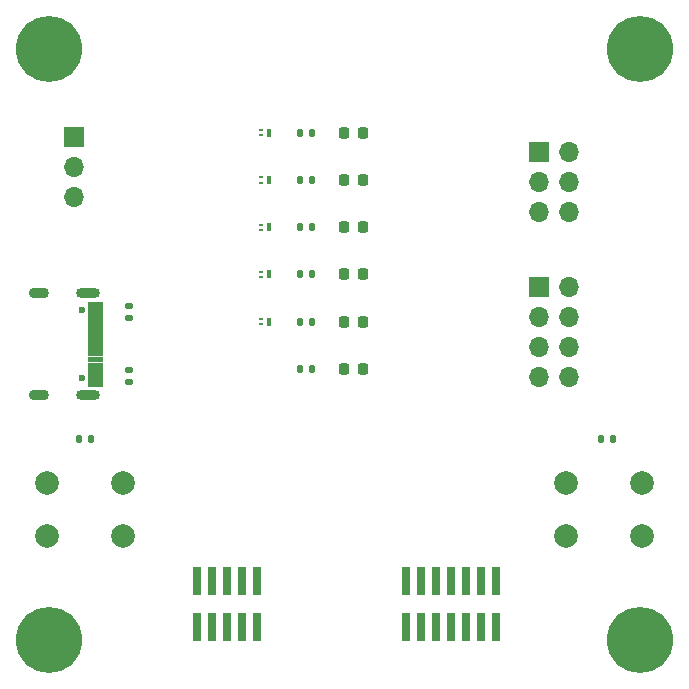
<source format=gbr>
%TF.GenerationSoftware,KiCad,Pcbnew,7.0.1*%
%TF.CreationDate,2023-12-30T18:25:03+00:00*%
%TF.ProjectId,watch_test_rig,77617463-685f-4746-9573-745f7269672e,rev?*%
%TF.SameCoordinates,Original*%
%TF.FileFunction,Soldermask,Top*%
%TF.FilePolarity,Negative*%
%FSLAX46Y46*%
G04 Gerber Fmt 4.6, Leading zero omitted, Abs format (unit mm)*
G04 Created by KiCad (PCBNEW 7.0.1) date 2023-12-30 18:25:03*
%MOMM*%
%LPD*%
G01*
G04 APERTURE LIST*
G04 Aperture macros list*
%AMRoundRect*
0 Rectangle with rounded corners*
0 $1 Rounding radius*
0 $2 $3 $4 $5 $6 $7 $8 $9 X,Y pos of 4 corners*
0 Add a 4 corners polygon primitive as box body*
4,1,4,$2,$3,$4,$5,$6,$7,$8,$9,$2,$3,0*
0 Add four circle primitives for the rounded corners*
1,1,$1+$1,$2,$3*
1,1,$1+$1,$4,$5*
1,1,$1+$1,$6,$7*
1,1,$1+$1,$8,$9*
0 Add four rect primitives between the rounded corners*
20,1,$1+$1,$2,$3,$4,$5,0*
20,1,$1+$1,$4,$5,$6,$7,0*
20,1,$1+$1,$6,$7,$8,$9,0*
20,1,$1+$1,$8,$9,$2,$3,0*%
G04 Aperture macros list end*
%ADD10C,0.010000*%
%ADD11C,0.600000*%
%ADD12O,2.000000X0.900000*%
%ADD13O,1.700000X0.900000*%
%ADD14RoundRect,0.218750X-0.218750X-0.256250X0.218750X-0.256250X0.218750X0.256250X-0.218750X0.256250X0*%
%ADD15C,2.000000*%
%ADD16RoundRect,0.140000X-0.140000X-0.170000X0.140000X-0.170000X0.140000X0.170000X-0.140000X0.170000X0*%
%ADD17RoundRect,0.135000X0.135000X0.185000X-0.135000X0.185000X-0.135000X-0.185000X0.135000X-0.185000X0*%
%ADD18C,3.600000*%
%ADD19C,5.600000*%
%ADD20R,1.700000X1.700000*%
%ADD21O,1.700000X1.700000*%
%ADD22R,0.400000X0.250000*%
%ADD23R,0.400000X0.700000*%
%ADD24RoundRect,0.140000X0.140000X0.170000X-0.140000X0.170000X-0.140000X-0.170000X0.140000X-0.170000X0*%
%ADD25RoundRect,0.135000X-0.185000X0.135000X-0.185000X-0.135000X0.185000X-0.135000X0.185000X0.135000X0*%
%ADD26R,0.740000X2.400000*%
%ADD27RoundRect,0.135000X0.185000X-0.135000X0.185000X0.135000X-0.185000X0.135000X-0.185000X-0.135000X0*%
G04 APERTURE END LIST*
%TO.C,J103*%
D10*
X134470000Y-92150000D02*
X133230000Y-92150000D01*
X133230000Y-91450000D01*
X134470000Y-91450000D01*
X134470000Y-92150000D01*
G36*
X134470000Y-92150000D02*
G01*
X133230000Y-92150000D01*
X133230000Y-91450000D01*
X134470000Y-91450000D01*
X134470000Y-92150000D01*
G37*
X134470000Y-92950000D02*
X133230000Y-92950000D01*
X133230000Y-92250000D01*
X134470000Y-92250000D01*
X134470000Y-92950000D01*
G36*
X134470000Y-92950000D02*
G01*
X133230000Y-92950000D01*
X133230000Y-92250000D01*
X134470000Y-92250000D01*
X134470000Y-92950000D01*
G37*
X134470000Y-93450000D02*
X133230000Y-93450000D01*
X133230000Y-93050000D01*
X134470000Y-93050000D01*
X134470000Y-93450000D01*
G36*
X134470000Y-93450000D02*
G01*
X133230000Y-93450000D01*
X133230000Y-93050000D01*
X134470000Y-93050000D01*
X134470000Y-93450000D01*
G37*
X134470000Y-93950000D02*
X133230000Y-93950000D01*
X133230000Y-93550000D01*
X134470000Y-93550000D01*
X134470000Y-93950000D01*
G36*
X134470000Y-93950000D02*
G01*
X133230000Y-93950000D01*
X133230000Y-93550000D01*
X134470000Y-93550000D01*
X134470000Y-93950000D01*
G37*
X134470000Y-94450000D02*
X133230000Y-94450000D01*
X133230000Y-94050000D01*
X134470000Y-94050000D01*
X134470000Y-94450000D01*
G36*
X134470000Y-94450000D02*
G01*
X133230000Y-94450000D01*
X133230000Y-94050000D01*
X134470000Y-94050000D01*
X134470000Y-94450000D01*
G37*
X134470000Y-94950000D02*
X133230000Y-94950000D01*
X133230000Y-94550000D01*
X134470000Y-94550000D01*
X134470000Y-94950000D01*
G36*
X134470000Y-94950000D02*
G01*
X133230000Y-94950000D01*
X133230000Y-94550000D01*
X134470000Y-94550000D01*
X134470000Y-94950000D01*
G37*
X134470000Y-95450000D02*
X133230000Y-95450000D01*
X133230000Y-95050000D01*
X134470000Y-95050000D01*
X134470000Y-95450000D01*
G36*
X134470000Y-95450000D02*
G01*
X133230000Y-95450000D01*
X133230000Y-95050000D01*
X134470000Y-95050000D01*
X134470000Y-95450000D01*
G37*
X134470000Y-95950000D02*
X133230000Y-95950000D01*
X133230000Y-95550000D01*
X134470000Y-95550000D01*
X134470000Y-95950000D01*
G36*
X134470000Y-95950000D02*
G01*
X133230000Y-95950000D01*
X133230000Y-95550000D01*
X134470000Y-95550000D01*
X134470000Y-95950000D01*
G37*
X134470000Y-96450000D02*
X133230000Y-96450000D01*
X133230000Y-96050000D01*
X134470000Y-96050000D01*
X134470000Y-96450000D01*
G36*
X134470000Y-96450000D02*
G01*
X133230000Y-96450000D01*
X133230000Y-96050000D01*
X134470000Y-96050000D01*
X134470000Y-96450000D01*
G37*
X134470000Y-96950000D02*
X133230000Y-96950000D01*
X133230000Y-96550000D01*
X134470000Y-96550000D01*
X134470000Y-96950000D01*
G36*
X134470000Y-96950000D02*
G01*
X133230000Y-96950000D01*
X133230000Y-96550000D01*
X134470000Y-96550000D01*
X134470000Y-96950000D01*
G37*
X134470000Y-97750000D02*
X133230000Y-97750000D01*
X133230000Y-97050000D01*
X134470000Y-97050000D01*
X134470000Y-97750000D01*
G36*
X134470000Y-97750000D02*
G01*
X133230000Y-97750000D01*
X133230000Y-97050000D01*
X134470000Y-97050000D01*
X134470000Y-97750000D01*
G37*
X134470000Y-98550000D02*
X133230000Y-98550000D01*
X133230000Y-97850000D01*
X134470000Y-97850000D01*
X134470000Y-98550000D01*
G36*
X134470000Y-98550000D02*
G01*
X133230000Y-98550000D01*
X133230000Y-97850000D01*
X134470000Y-97850000D01*
X134470000Y-98550000D01*
G37*
%TD*%
D11*
%TO.C,J103*%
X132780000Y-92110000D03*
X132780000Y-97890000D03*
D12*
X133270000Y-90675000D03*
X133270000Y-99325000D03*
D13*
X129100000Y-90675000D03*
X129100000Y-99325000D03*
%TD*%
D14*
%TO.C,D104*%
X154940000Y-81090000D03*
X156515000Y-81090000D03*
%TD*%
D15*
%TO.C,SW102*%
X180200000Y-111250000D03*
X173700000Y-111250000D03*
X180200000Y-106750000D03*
X173700000Y-106750000D03*
%TD*%
D16*
%TO.C,C101*%
X176720000Y-103000000D03*
X177680000Y-103000000D03*
%TD*%
D17*
%TO.C,R104*%
X152237500Y-77090000D03*
X151217500Y-77090000D03*
%TD*%
D18*
%TO.C,H108*%
X180000000Y-120000000D03*
D19*
X180000000Y-120000000D03*
%TD*%
D14*
%TO.C,D102*%
X154940000Y-77090000D03*
X156515000Y-77090000D03*
%TD*%
D20*
%TO.C,SW101*%
X132080000Y-77470000D03*
D21*
X132080000Y-80010000D03*
X132080000Y-82550000D03*
%TD*%
D22*
%TO.C,Q102*%
X147877500Y-76865000D03*
X147877500Y-77315000D03*
D23*
X148577500Y-77090000D03*
%TD*%
D22*
%TO.C,Q104*%
X147877500Y-80865000D03*
X147877500Y-81315000D03*
D23*
X148577500Y-81090000D03*
%TD*%
D15*
%TO.C,SW103*%
X136250000Y-111250000D03*
X129750000Y-111250000D03*
X136250000Y-106750000D03*
X129750000Y-106750000D03*
%TD*%
D18*
%TO.C,H106*%
X180000000Y-70000000D03*
D19*
X180000000Y-70000000D03*
%TD*%
D14*
%TO.C,D103*%
X154930000Y-89090000D03*
X156505000Y-89090000D03*
%TD*%
D24*
%TO.C,C102*%
X133480000Y-103000000D03*
X132520000Y-103000000D03*
%TD*%
D17*
%TO.C,R108*%
X152237500Y-85090000D03*
X151217500Y-85090000D03*
%TD*%
D25*
%TO.C,R102*%
X136762500Y-97190000D03*
X136762500Y-98210000D03*
%TD*%
D26*
%TO.C,J101*%
X160190000Y-118950000D03*
X160190000Y-115050000D03*
X161460000Y-118950000D03*
X161460000Y-115050000D03*
X162730000Y-118950000D03*
X162730000Y-115050000D03*
X164000000Y-118950000D03*
X164000000Y-115050000D03*
X165270000Y-118950000D03*
X165270000Y-115050000D03*
X166540000Y-118950000D03*
X166540000Y-115050000D03*
X167810000Y-118950000D03*
X167810000Y-115050000D03*
%TD*%
D17*
%TO.C,R107*%
X152237500Y-97090000D03*
X151217500Y-97090000D03*
%TD*%
D14*
%TO.C,D101*%
X154940000Y-93090000D03*
X156515000Y-93090000D03*
%TD*%
D20*
%TO.C,J106*%
X171450000Y-78740000D03*
D21*
X173990000Y-78740000D03*
X171450000Y-81280000D03*
X173990000Y-81280000D03*
X171450000Y-83820000D03*
X173990000Y-83820000D03*
%TD*%
D26*
%TO.C,J102*%
X142460000Y-118950000D03*
X142460000Y-115050000D03*
X143730000Y-118950000D03*
X143730000Y-115050000D03*
X145000000Y-118950000D03*
X145000000Y-115050000D03*
X146270000Y-118950000D03*
X146270000Y-115050000D03*
X147540000Y-118950000D03*
X147540000Y-115050000D03*
%TD*%
D18*
%TO.C,H107*%
X130000000Y-120000000D03*
D19*
X130000000Y-120000000D03*
%TD*%
D17*
%TO.C,R105*%
X152237500Y-89090000D03*
X151217500Y-89090000D03*
%TD*%
%TO.C,R106*%
X152237500Y-81090000D03*
X151217500Y-81090000D03*
%TD*%
D27*
%TO.C,R101*%
X136762500Y-92810000D03*
X136762500Y-91790000D03*
%TD*%
D22*
%TO.C,Q103*%
X147877500Y-88865000D03*
X147877500Y-89315000D03*
D23*
X148577500Y-89090000D03*
%TD*%
D14*
%TO.C,D105*%
X154940000Y-97090000D03*
X156515000Y-97090000D03*
%TD*%
%TO.C,D106*%
X154940000Y-85090000D03*
X156515000Y-85090000D03*
%TD*%
D18*
%TO.C,H105*%
X130000000Y-70000000D03*
D19*
X130000000Y-70000000D03*
%TD*%
D20*
%TO.C,J104*%
X171445000Y-90180000D03*
D21*
X173985000Y-90180000D03*
X171445000Y-92720000D03*
X173985000Y-92720000D03*
X171445000Y-95260000D03*
X173985000Y-95260000D03*
X171445000Y-97800000D03*
X173985000Y-97800000D03*
%TD*%
D17*
%TO.C,R103*%
X152237500Y-93090000D03*
X151217500Y-93090000D03*
%TD*%
D22*
%TO.C,Q105*%
X147877500Y-84865000D03*
X147877500Y-85315000D03*
D23*
X148577500Y-85090000D03*
%TD*%
D22*
%TO.C,Q101*%
X147877500Y-92865000D03*
X147877500Y-93315000D03*
D23*
X148577500Y-93090000D03*
%TD*%
M02*

</source>
